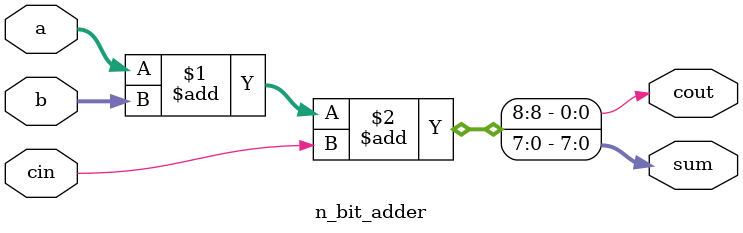
<source format=v>

module n_bit_adder #(
    parameter N = 8
)(
    input  wire [N-1:0] a,
    input  wire [N-1:0] b,
    input  wire         cin,
    output wire [N-1:0] sum,
    output wire         cout
);
    assign {cout, sum} = a + b + cin;
endmodule


</source>
